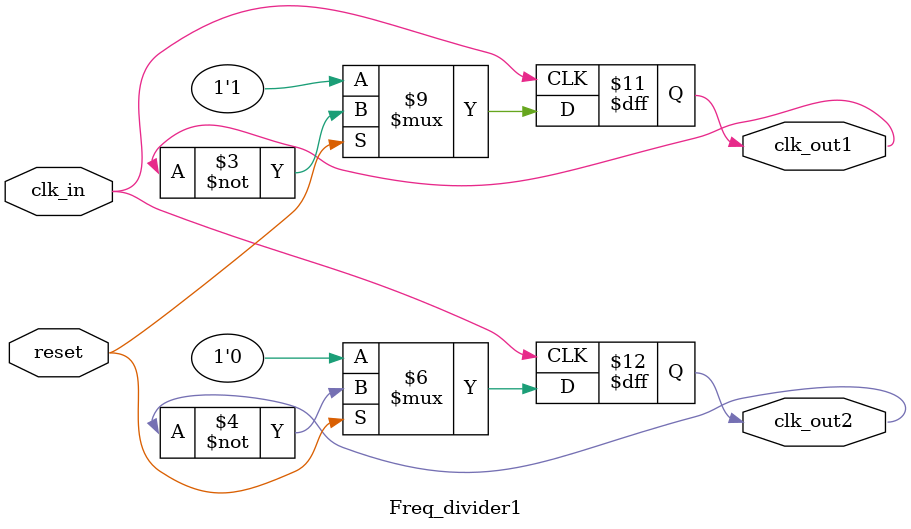
<source format=v>
module Freq_divider1(reset,clk_in,clk_out1,clk_out2);
  input reset,clk_in;
  output clk_out1,clk_out2;
  reg clk_out1,clk_out2;

  always @(posedge clk_in)
    begin
      if (!reset)
      begin
        clk_out1=1;
        clk_out2=0;
      end
      else
      begin
        clk_out1=~clk_out1;
        clk_out2=~clk_out2;
      end
    end
endmodule


</source>
